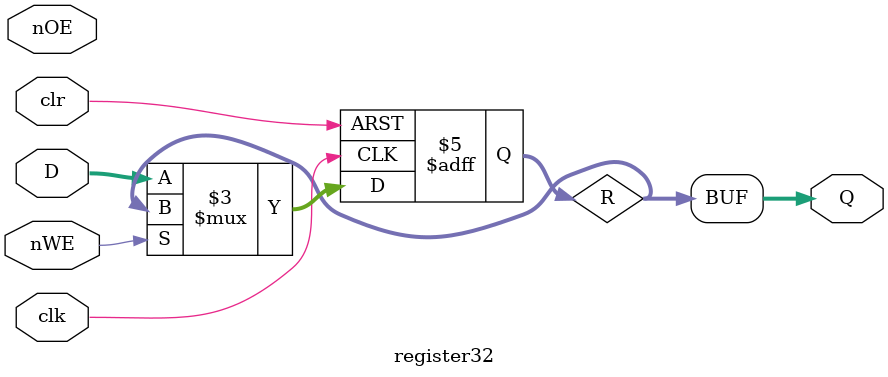
<source format=v>
module register1(
	input wire D,
	input wire clk,
	input wire nOE,
	input wire nWE,
	
	output wire Q
);

reg  R ;

always @(posedge clk) begin
	if(nWE==1'b0) R<=D;
end

assign Q=nOE==1'b0 ? R : 1'hz ;


endmodule

module register1as(
	input wire D,
	input wire clk,
	input wire nOE,
	input wire nWE,
	input wire clr,
	
	output wire Q
);

reg  R ;

always @(posedge clk or negedge clr) begin
	if(clr==1'b0) R<=1'b1 ;
	else
		if(nWE==1'b0) R<=D;
end

assign Q=nOE==1'b0 ? R : 1'hz ;


endmodule
module register8(
	input wire [7:0]D,
	input wire clk,
	input wire nOE,
	input wire nWE,

	output wire [7:0]subPort,
	output wire [7:0]Q
);

reg [7:0] R ;

assign subPort=R ;

always @(posedge clk) begin
	if(nWE==1'b0) R<=D;
end

assign Q=nOE==1'b0 ? R : 8'hz ;


endmodule

//	Async clear
module register8AC(
	input wire [7:0]D,
	input wire clk,
	input wire nOE,
	input wire nWE,
	input wire clr,

	output wire [7:0]subPort,
	output wire [7:0]Q
);

reg [7:0] R ;

assign subPort=R ;

always @(posedge clk, posedge clr) begin
	if(clr)
		R<=8'b0 ;
	else
		if(nWE==1'b0) R<=D;
end

assign Q=nOE==1'b0 ? R : 8'hz ;


endmodule

module register16(
	input wire [15:0]D,
	input wire clk,
	input wire nOE,
	input wire nWE,

	output wire [15:0]subPort,
	output wire [15:0]Q
);

reg [15:0] R ;

assign subPort=R ;

always @(posedge clk) begin
	if(nWE==1'b0) R<=D;
end

assign Q=nOE==1'b0 ? R : 16'hz ;


endmodule


module register32(
	input wire [31:0]D,
	input wire clk,
	input wire nOE,
	input wire nWE,
	input wire clr,
	output wire [31:0]Q
);

reg [31:0] R ;

always @(posedge clk or posedge clr) begin
	if(clr) begin
		R<=32'h0 ;
	end
	else begin
		if(nWE==1'b0) R<=D;
	end
end

//assign Q=nOE==1'b0 ? R : 32'hz ;
assign Q=R ;

endmodule




</source>
